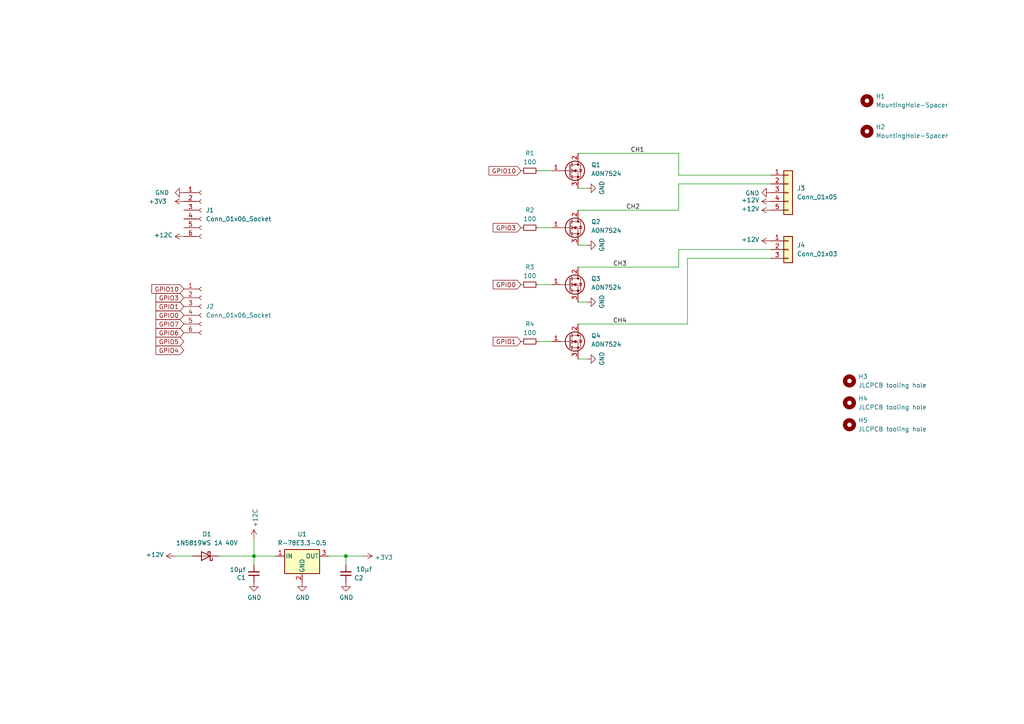
<source format=kicad_sch>
(kicad_sch (version 20230121) (generator eeschema)
  (paper "A4")
  (lib_symbols
    (symbol "Connector:Conn_01x06_Socket" (pin_names (offset 1.016) hide)
      (property "Reference" "J" (at 0 7.62 0))
      (property "Value" "Conn_01x06_Socket" (at 0 -10.16 0))
      (symbol "Conn_01x06_Socket_1_1"
        (arc (start 0 -7.112) (mid -0.5058 -7.62) (end 0 -8.128) (stroke (width 0.1524)))
        (arc (start 0 -4.572) (mid -0.5058 -5.08) (end 0 -5.588) (stroke (width 0.1524)))
        (arc (start 0 -2.032) (mid -0.5058 -2.54) (end 0 -3.048) (stroke (width 0.1524)))
        (polyline (pts (xy -1.27 -7.62) (xy -0.508 -7.62)) (stroke (width 0.1524)))
        (polyline (pts (xy -1.27 -5.08) (xy -0.508 -5.08)) (stroke (width 0.1524)))
        (polyline (pts (xy -1.27 -2.54) (xy -0.508 -2.54)) (stroke (width 0.1524)))
        (polyline (pts (xy -1.27 0) (xy -0.508 0)) (stroke (width 0.1524)))
        (polyline (pts (xy -1.27 2.54) (xy -0.508 2.54)) (stroke (width 0.1524)))
        (polyline (pts (xy -1.27 5.08) (xy -0.508 5.08)) (stroke (width 0.1524)))
        (arc (start 0 0.508) (mid -0.5058 0) (end 0 -0.508) (stroke (width 0.1524)))
        (arc (start 0 3.048) (mid -0.5058 2.54) (end 0 2.032) (stroke (width 0.1524)))
        (arc (start 0 5.588) (mid -0.5058 5.08) (end 0 4.572) (stroke (width 0.1524)))
        (pin passive line (at -5.08 5.08 0) (length 3.81) (name "Pin_1") (number "1"))
        (pin passive line (at -5.08 2.54 0) (length 3.81) (name "Pin_2") (number "2"))
        (pin passive line (at -5.08 0 0) (length 3.81) (name "Pin_3") (number "3"))
        (pin passive line (at -5.08 -2.54 0) (length 3.81) (name "Pin_4") (number "4"))
        (pin passive line (at -5.08 -5.08 0) (length 3.81) (name "Pin_5") (number "5"))
        (pin passive line (at -5.08 -7.62 0) (length 3.81) (name "Pin_6") (number "6"))
      )
    )
    (symbol "Connector_Generic:Conn_01x03" (pin_names (offset 1.016) hide)
      (property "Reference" "J" (at 0 5.08 0))
      (property "Value" "Conn_01x03" (at 0 -5.08 0))
      (symbol "Conn_01x03_1_1"
        (rectangle (start -1.27 -2.413) (end 0 -2.667) (stroke (width 0.1524)))
        (rectangle (start -1.27 0.127) (end 0 -0.127) (stroke (width 0.1524)))
        (rectangle (start -1.27 2.667) (end 0 2.413) (stroke (width 0.1524)))
        (rectangle (start -1.27 3.81) (end 1.27 -3.81) (stroke (width 0.254)) (fill (type background)))
        (pin passive line (at -5.08 2.54 0) (length 3.81) (name "Pin_1") (number "1"))
        (pin passive line (at -5.08 0 0) (length 3.81) (name "Pin_2") (number "2"))
        (pin passive line (at -5.08 -2.54 0) (length 3.81) (name "Pin_3") (number "3"))
      )
    )
    (symbol "Connector_Generic:Conn_01x05" (pin_names (offset 1.016) hide)
      (property "Reference" "J" (at 0 7.62 0))
      (property "Value" "Conn_01x05" (at 0 -7.62 0))
      (symbol "Conn_01x05_1_1"
        (rectangle (start -1.27 -4.953) (end 0 -5.207) (stroke (width 0.1524)))
        (rectangle (start -1.27 -2.413) (end 0 -2.667) (stroke (width 0.1524)))
        (rectangle (start -1.27 0.127) (end 0 -0.127) (stroke (width 0.1524)))
        (rectangle (start -1.27 2.667) (end 0 2.413) (stroke (width 0.1524)))
        (rectangle (start -1.27 5.207) (end 0 4.953) (stroke (width 0.1524)))
        (rectangle (start -1.27 6.35) (end 1.27 -6.35) (stroke (width 0.254)) (fill (type background)))
        (pin passive line (at -5.08 5.08 0) (length 3.81) (name "Pin_1") (number "1"))
        (pin passive line (at -5.08 2.54 0) (length 3.81) (name "Pin_2") (number "2"))
        (pin passive line (at -5.08 0 0) (length 3.81) (name "Pin_3") (number "3"))
        (pin passive line (at -5.08 -2.54 0) (length 3.81) (name "Pin_4") (number "4"))
        (pin passive line (at -5.08 -5.08 0) (length 3.81) (name "Pin_5") (number "5"))
      )
    )
    (symbol "Device:C_Small" (pin_numbers hide) (pin_names (offset 0.254) hide)
      (property "Reference" "C" (at 0.254 1.778 0))
      (property "Value" "C_Small" (at 0.254 -2.032 0))
      (symbol "C_Small_0_1"
        (polyline (pts (xy -1.524 -0.508) (xy 1.524 -0.508)) (stroke (width 0.3302)))
        (polyline (pts (xy -1.524 0.508) (xy 1.524 0.508)) (stroke (width 0.3048)))
      )
      (symbol "C_Small_1_1"
        (pin passive line (at 0 2.54 270) (length 2.032) (name "~") (number "1"))
        (pin passive line (at 0 -2.54 90) (length 2.032) (name "~") (number "2"))
      )
    )
    (symbol "Device:D_Schottky" (pin_numbers hide) (pin_names (offset 1.016) hide)
      (property "Reference" "D" (at 0 2.54 0))
      (property "Value" "D_Schottky" (at 0 -2.54 0))
      (symbol "D_Schottky_0_1"
        (polyline (pts (xy 1.27 0) (xy -1.27 0)))
        (polyline (pts (xy 1.27 1.27) (xy 1.27 -1.27) (xy -1.27 0) (xy 1.27 1.27)) (stroke (width 0.254)))
        (polyline (pts (xy -1.905 0.635) (xy -1.905 1.27) (xy -1.27 1.27) (xy -1.27 -1.27) (xy -0.635 -1.27) (xy -0.635 -0.635)) (stroke (width 0.254)))
      )
      (symbol "D_Schottky_1_1"
        (pin passive line (at -3.81 0 0) (length 2.54) (name "K") (number "1"))
        (pin passive line (at 3.81 0 180) (length 2.54) (name "A") (number "2"))
      )
    )
    (symbol "Device:R_Small" (pin_numbers hide) (pin_names (offset 0.254) hide)
      (property "Reference" "R" (at 0.762 0.508 0))
      (property "Value" "R_Small" (at 0.762 -1.016 0))
      (symbol "R_Small_0_1"
        (rectangle (start -0.762 1.778) (end 0.762 -1.778) (stroke (width 0.2032)))
      )
      (symbol "R_Small_1_1"
        (pin passive line (at 0 2.54 270) (length 0.762) (name "~") (number "1"))
        (pin passive line (at 0 -2.54 90) (length 0.762) (name "~") (number "2"))
      )
    )
    (symbol "ESP32_dimmer_symbols:AON7524" (pin_names hide)
      (property "Reference" "Q" (at 6.35 1.905 0))
      (property "Value" "AON7524" (at 6.35 0 0))
      (symbol "AON7524_0_1"
        (polyline (pts (xy 0.254 0) (xy -2.54 0)))
        (polyline (pts (xy 0.254 1.905) (xy 0.254 -1.905)) (stroke (width 0.254)))
        (polyline (pts (xy 0.762 -1.27) (xy 0.762 -2.286)) (stroke (width 0.254)))
        (polyline (pts (xy 0.762 0.508) (xy 0.762 -0.508)) (stroke (width 0.254)))
        (polyline (pts (xy 0.762 2.286) (xy 0.762 1.27)) (stroke (width 0.254)))
        (polyline (pts (xy 2.54 2.54) (xy 2.54 1.778)))
        (polyline (pts (xy 2.54 -2.54) (xy 2.54 0) (xy 0.762 0)))
        (polyline (pts (xy 0.762 -1.778) (xy 3.302 -1.778) (xy 3.302 1.778) (xy 0.762 1.778)))
        (polyline (pts (xy 1.016 0) (xy 2.032 0.381) (xy 2.032 -0.381) (xy 1.016 0)) (fill (type outline)))
        (polyline (pts (xy 2.794 0.508) (xy 2.921 0.381) (xy 3.683 0.381) (xy 3.81 0.254)))
        (polyline (pts (xy 3.302 0.381) (xy 2.921 -0.254) (xy 3.683 -0.254) (xy 3.302 0.381)))
        (circle (center 1.651 0) (radius 2.794) (stroke (width 0.254)))
        (circle (center 2.54 -1.778) (radius 0.254) (fill (type outline)))
        (circle (center 2.54 1.778) (radius 0.254) (fill (type outline)))
      )
      (symbol "AON7524_1_1"
        (pin input line (at -5.08 0 0) (length 2.54) (name "G") (number "1"))
        (pin passive line (at 2.54 5.08 270) (length 2.54) (name "D") (number "2"))
        (pin passive line (at 2.54 -5.08 90) (length 2.54) (name "S") (number "3"))
      )
    )
    (symbol "Mechanical:MountingHole" (pin_names (offset 1.016))
      (property "Reference" "H" (at 0 5.08 0))
      (property "Value" "MountingHole" (at 0 3.175 0))
      (symbol "MountingHole_0_1"
        (circle (center 0 0) (radius 1.27) (stroke (width 1.27)))
      )
    )
    (symbol "Regulator_Switching:R-78E3.3-0.5" (pin_names (offset 0.254))
      (property "Reference" "U" (at -3.81 3.175 0))
      (property "Value" "R-78E3.3-0.5" (at 0 3.175 0))
      (symbol "R-78E3.3-0.5_0_1"
        (rectangle (start -5.08 1.905) (end 5.08 -5.08) (stroke (width 0.254)) (fill (type background)))
      )
      (symbol "R-78E3.3-0.5_1_1"
        (pin power_in line (at -7.62 0 0) (length 2.54) (name "IN") (number "1"))
        (pin power_in line (at 0 -7.62 90) (length 2.54) (name "GND") (number "2"))
        (pin power_out line (at 7.62 0 180) (length 2.54) (name "OUT") (number "3"))
      )
    )
    (symbol "esp32-dimmer-slim-rescue:+3.3V-power" (power) (pin_names (offset 0))
      (property "Value" "+3.3V-power" (at 0 3.556 0))
      (symbol "+3.3V-power_0_1"
        (polyline (pts (xy -0.762 1.27) (xy 0 2.54)))
        (polyline (pts (xy 0 0) (xy 0 2.54)))
        (polyline (pts (xy 0 2.54) (xy 0.762 1.27)))
      )
      (symbol "+3.3V-power_1_1"
        (pin power_in line (at 0 0 90) (length 0) hide (name "+3V3") (number "1"))
      )
    )
    (symbol "power:+12C" (power) (pin_names (offset 0))
      (property "Value" "+12C" (at 0 3.81 0))
      (symbol "+12C_0_1"
        (polyline (pts (xy -0.762 1.27) (xy 0 2.54)))
        (polyline (pts (xy 0 0) (xy 0 2.54)))
        (polyline (pts (xy 0 2.54) (xy 0.762 1.27)))
      )
      (symbol "+12C_1_1"
        (pin power_in line (at 0 0 90) (length 0) hide (name "+12C") (number "1"))
      )
    )
    (symbol "power:+12V" (power) (pin_names (offset 0))
      (property "Value" "+12V" (at 0 3.556 0))
      (symbol "+12V_0_1"
        (polyline (pts (xy -0.762 1.27) (xy 0 2.54)))
        (polyline (pts (xy 0 0) (xy 0 2.54)))
        (polyline (pts (xy 0 2.54) (xy 0.762 1.27)))
      )
      (symbol "+12V_1_1"
        (pin power_in line (at 0 0 90) (length 0) hide (name "+12V") (number "1"))
      )
    )
    (symbol "power:+3V3" (power) (pin_names (offset 0))
      (property "Value" "+3V3" (at 0 3.556 0))
      (symbol "+3V3_0_1"
        (polyline (pts (xy -0.762 1.27) (xy 0 2.54)))
        (polyline (pts (xy 0 0) (xy 0 2.54)))
        (polyline (pts (xy 0 2.54) (xy 0.762 1.27)))
      )
      (symbol "+3V3_1_1"
        (pin power_in line (at 0 0 90) (length 0) hide (name "+3V3") (number "1"))
      )
    )
    (symbol "power:GND" (power) (pin_names (offset 0))
      (property "Value" "GND" (at 0 -3.81 0))
      (symbol "GND_0_1"
        (polyline (pts (xy 0 0) (xy 0 -1.27) (xy 1.27 -1.27) (xy 0 -2.54) (xy -1.27 -1.27) (xy 0 -1.27)))
      )
      (symbol "GND_1_1"
        (pin power_in line (at 0 0 270) (length 0) hide (name "GND") (number "1"))
      )
    )
  )
  (junction (at 100.33 161.29))
  (junction (at 73.66 161.29))
  (wire (pts (xy 100.33 161.29) (xy 105.41 161.29)))
  (wire (pts (xy 167.64 60.96) (xy 196.85 60.96)))
  (wire (pts (xy 50.8 161.29) (xy 55.88 161.29)))
  (wire (pts (xy 63.5 161.29) (xy 73.66 161.29)))
  (wire (pts (xy 199.39 74.93) (xy 223.52 74.93)))
  (wire (pts (xy 100.33 161.29) (xy 100.33 163.83)))
  (wire (pts (xy 167.64 87.63) (xy 170.18 87.63)))
  (wire (pts (xy 196.85 53.34) (xy 223.52 53.34)))
  (wire (pts (xy 156.21 99.06) (xy 160.02 99.06)))
  (wire (pts (xy 156.21 82.55) (xy 160.02 82.55)))
  (wire (pts (xy 73.66 161.29) (xy 73.66 163.83)))
  (wire (pts (xy 167.64 77.47) (xy 196.85 77.47)))
  (wire (pts (xy 156.21 66.04) (xy 160.02 66.04)))
  (wire (pts (xy 167.64 71.12) (xy 170.18 71.12)))
  (wire (pts (xy 167.64 104.14) (xy 170.18 104.14)))
  (wire (pts (xy 196.85 77.47) (xy 196.85 72.39)))
  (wire (pts (xy 196.85 44.45) (xy 196.85 50.8)))
  (wire (pts (xy 73.66 161.29) (xy 80.01 161.29)))
  (wire (pts (xy 196.85 50.8) (xy 223.52 50.8)))
  (wire (pts (xy 73.66 156.21) (xy 73.66 161.29)))
  (wire (pts (xy 167.64 54.61) (xy 170.18 54.61)))
  (wire (pts (xy 167.64 93.98) (xy 199.39 93.98)))
  (wire (pts (xy 196.85 72.39) (xy 223.52 72.39)))
  (wire (pts (xy 95.25 161.29) (xy 100.33 161.29)))
  (wire (pts (xy 199.39 93.98) (xy 199.39 74.93)))
  (wire (pts (xy 196.85 60.96) (xy 196.85 53.34)))
  (wire (pts (xy 167.64 44.45) (xy 196.85 44.45)))
  (wire (pts (xy 156.21 49.53) (xy 160.02 49.53)))
  (label "CH3" (at 177.8 77.47 0))
  (label "CH4" (at 177.8 93.98 0))
  (label "CH2" (at 181.61 60.96 0))
  (label "CH1" (at 182.88 44.45 0))
  (global_label "GPIO3" (shape input) (at 151.13 66.04 180) (property "Intersheetrefs" "${INTERSHEET_REFS}" (effects hide)))
  (global_label "GPIO6" (shape input) (at 53.34 96.52 180) (property "Intersheetrefs" "${INTERSHEET_REFS}" (effects hide)))
  (global_label "GPIO1" (shape input) (at 151.13 99.06 180) (property "Intersheetrefs" "${INTERSHEET_REFS}" (effects hide)))
  (global_label "GPIO3" (shape input) (at 53.34 86.36 180) (property "Intersheetrefs" "${INTERSHEET_REFS}" (effects hide)))
  (global_label "GPIO1" (shape input) (at 53.34 88.9 180) (property "Intersheetrefs" "${INTERSHEET_REFS}" (effects hide)))
  (global_label "GPIO4" (shape input) (at 53.34 101.6 180) (property "Intersheetrefs" "${INTERSHEET_REFS}" (effects hide)))
  (global_label "GPIO10" (shape input) (at 151.13 49.53 180) (property "Intersheetrefs" "${INTERSHEET_REFS}" (effects hide)))
  (global_label "GPIO5" (shape input) (at 53.34 99.06 180) (property "Intersheetrefs" "${INTERSHEET_REFS}" (effects hide)))
  (global_label "GPIO0" (shape input) (at 151.13 82.55 180) (property "Intersheetrefs" "${INTERSHEET_REFS}" (effects hide)))
  (global_label "GPIO10" (shape input) (at 53.34 83.82 180) (property "Intersheetrefs" "${INTERSHEET_REFS}" (effects hide)))
  (global_label "GPIO0" (shape input) (at 53.34 91.44 180) (property "Intersheetrefs" "${INTERSHEET_REFS}" (effects hide)))
  (global_label "GPIO7" (shape input) (at 53.34 93.98 180) (property "Intersheetrefs" "${INTERSHEET_REFS}" (effects hide)))
  (symbol (lib_id "power:+12C") (at 73.66 156.21 0) (unit 1)
    (property "Reference" "#PWR02" (effects hide))
    (property "Value" "+12C" (at 74.041 152.9842 90) (effects (justify left)))
  )
  (symbol (lib_id "Device:C_Small") (at 73.66 166.37 180) (unit 1)
    (property "Reference" "C1" (at 71.3232 167.5384 0) (effects (justify left)))
    (property "Value" "10µf" (at 71.3232 165.227 0) (effects (justify left)))
    (property "Footprint" "Capacitor_SMD:C_1206_3216Metric" (effects hide))
    (property "LCSC Part #" "C13585" (effects hide))
  )
  (symbol (lib_id "esp32-dimmer-slim-rescue:+3.3V-power") (at 53.34 58.42 90) (unit 1)
    (property "Reference" "#PWR016" (effects hide))
    (property "Value" "+3.3V" (at 45.72 58.42 90))
  )
  (symbol (lib_id "Connector:Conn_01x06_Socket") (at 58.42 88.9 0) (unit 1)
    (property "Reference" "J2" (at 59.69 88.9 0) (effects (justify left)))
    (property "Value" "Conn_01x06_Socket" (at 59.69 91.44 0) (effects (justify left)))
    (property "Footprint" "Connector_PinSocket_1.27mm:PinSocket_1x06_P1.27mm_Vertical_SMD_Pin1Right" (effects hide))
    (property "LCSC Part #" "C2881496" (effects hide))
  )
  (symbol (lib_id "power:GND") (at 53.34 55.88 270) (unit 1)
    (property "Reference" "#PWR015" (effects hide))
    (property "Value" "GND" (at 46.99 55.88 90))
  )
  (symbol (lib_id "power:GND") (at 170.18 54.61 90) (unit 1)
    (property "Reference" "#PWR07" (effects hide))
    (property "Value" "GND" (at 174.5742 54.483 0))
  )
  (symbol (lib_id "Connector_Generic:Conn_01x05") (at 228.6 55.88 0) (unit 1)
    (property "Reference" "J3" (at 231.14 54.61 0) (effects (justify left)))
    (property "Value" "Conn_01x05" (at 231.14 57.15 0) (effects (justify left)))
    (property "Footprint" "ESP32_dimmer_footprints:CONN_2601-1105_Wago" (effects hide))
  )
  (symbol (lib_id "power:+12C") (at 53.34 68.58 90) (unit 1)
    (property "Reference" "#PWR017" (effects hide))
    (property "Value" "+12C" (at 50.1142 68.199 90) (effects (justify left)))
  )
  (symbol (lib_id "power:GND") (at 170.18 71.12 90) (unit 1)
    (property "Reference" "#PWR08" (effects hide))
    (property "Value" "GND" (at 174.5742 70.993 0))
  )
  (symbol (lib_id "Regulator_Switching:R-78E3.3-0.5") (at 87.63 161.29 0) (unit 1)
    (property "Reference" "U1" (at 87.63 154.94 0))
    (property "Value" "R-78E3.3-0.5" (at 87.63 157.48 0))
    (property "Footprint" "ESP32_dimmer_footprints:Converter_DCDC_RECOM_R-78E-0.5_THT" (effects hide))
    (property "Datasheet" "https://www.recom-power.com/pdf/Innoline/R-78Exx-0.5.pdf" (effects hide))
  )
  (symbol (lib_id "power:+12V") (at 223.52 60.96 90) (unit 1)
    (property "Reference" "#PWR013" (effects hide))
    (property "Value" "+12V" (at 220.2688 60.579 90) (effects (justify left)))
  )
  (symbol (lib_id "Mechanical:MountingHole") (at 251.46 38.1 0) (unit 1)
    (property "Reference" "H2" (at 254 36.83 0) (effects (justify left)))
    (property "Value" "MountingHole-Spacer" (at 254 39.37 0) (effects (justify left)))
    (property "Footprint" "MountingHole:MountingHole_2.5mm" (effects hide))
  )
  (symbol (lib_id "Device:C_Small") (at 100.33 166.37 180) (unit 1)
    (property "Reference" "C2" (at 105.41 167.64 0) (effects (justify left)))
    (property "Value" "10µf" (at 107.95 165.1 0) (effects (justify left)))
    (property "Footprint" "Capacitor_SMD:C_1206_3216Metric" (effects hide))
    (property "LCSC Part #" "C13585" (effects hide))
  )
  (symbol (lib_id "power:+3V3") (at 105.41 161.29 270) (unit 1)
    (property "Reference" "#PWR06" (effects hide))
    (property "Value" "+3V3" (at 108.6612 161.671 90) (effects (justify left)))
  )
  (symbol (lib_id "Device:D_Schottky") (at 59.69 161.29 180) (unit 1)
    (property "Reference" "D1" (at 60.0075 154.94 0))
    (property "Value" "1N5819WS 1A 40V" (at 60.0075 157.48 0))
    (property "Footprint" "Diode_SMD:D_SOD-323" (effects hide))
    (property "LCSC Part #" "C191023" (effects hide))
  )
  (symbol (lib_id "power:GND") (at 100.33 168.91 0) (unit 1)
    (property "Reference" "#PWR05" (effects hide))
    (property "Value" "GND" (at 100.457 173.3042 0))
  )
  (symbol (lib_id "power:GND") (at 87.63 168.91 0) (unit 1)
    (property "Reference" "#PWR04" (effects hide))
    (property "Value" "GND" (at 87.757 173.3042 0))
  )
  (symbol (lib_id "Connector:Conn_01x06_Socket") (at 58.42 60.96 0) (unit 1)
    (property "Reference" "J1" (at 59.69 60.96 0) (effects (justify left)))
    (property "Value" "Conn_01x06_Socket" (at 59.69 63.5 0) (effects (justify left)))
    (property "Footprint" "Connector_PinSocket_1.27mm:PinSocket_1x06_P1.27mm_Vertical_SMD_Pin1Right" (effects hide))
    (property "LCSC Part #" "C2881496" (effects hide))
  )
  (symbol (lib_id "Connector_Generic:Conn_01x03") (at 228.6 72.39 0) (unit 1)
    (property "Reference" "J4" (at 231.14 71.12 0) (effects (justify left)))
    (property "Value" "Conn_01x03" (at 231.14 73.66 0) (effects (justify left)))
    (property "Footprint" "ESP32_dimmer_footprints:CONN_2601-1103_Wago" (effects hide))
  )
  (symbol (lib_id "ESP32_dimmer_symbols:AON7524") (at 165.1 66.04 0) (unit 1)
    (property "Reference" "Q2" (at 171.45 64.3255 0) (effects (justify left)))
    (property "Value" "AON7524" (at 171.45 66.8655 0) (effects (justify left)))
    (property "Footprint" "ESP32_dimmer_footprints:TRANS_AON7403" (effects hide))
    (property "LCSC Part #" "C431195" (effects hide))
  )
  (symbol (lib_id "power:GND") (at 73.66 168.91 0) (unit 1)
    (property "Reference" "#PWR03" (effects hide))
    (property "Value" "GND" (at 73.787 173.3042 0))
  )
  (symbol (lib_id "Device:R_Small") (at 153.67 82.55 90) (unit 1)
    (property "Reference" "R3" (at 153.67 77.47 90))
    (property "Value" "100" (at 153.67 80.01 90))
    (property "Footprint" "Resistor_SMD:R_0603_1608Metric" (effects hide))
    (property "LCSC Part #" "C22775" (effects hide))
  )
  (symbol (lib_id "power:+12V") (at 50.8 161.29 90) (unit 1)
    (property "Reference" "#PWR01" (effects hide))
    (property "Value" "+12V" (at 47.5488 160.909 90) (effects (justify left)))
  )
  (symbol (lib_id "power:GND") (at 170.18 87.63 90) (unit 1)
    (property "Reference" "#PWR09" (effects hide))
    (property "Value" "GND" (at 174.5742 87.503 0))
  )
  (symbol (lib_id "power:GND") (at 170.18 104.14 90) (unit 1)
    (property "Reference" "#PWR010" (effects hide))
    (property "Value" "GND" (at 174.5742 104.013 0))
  )
  (symbol (lib_id "Mechanical:MountingHole") (at 246.38 116.84 0) (unit 1)
    (property "Reference" "H4" (at 248.92 115.57 0) (effects (justify left)))
    (property "Value" "JLCPCB tooling hole" (at 248.92 118.11 0) (effects (justify left)))
    (property "Footprint" "ESP32_dimmer_footprints:JLCPCB tooling hole" (effects hide))
  )
  (symbol (lib_id "Device:R_Small") (at 153.67 99.06 90) (unit 1)
    (property "Reference" "R4" (at 153.67 93.98 90))
    (property "Value" "100" (at 153.67 96.52 90))
    (property "Footprint" "Resistor_SMD:R_0603_1608Metric" (effects hide))
    (property "LCSC Part #" "C22775" (effects hide))
  )
  (symbol (lib_id "Device:R_Small") (at 153.67 66.04 90) (unit 1)
    (property "Reference" "R2" (at 153.67 60.96 90))
    (property "Value" "100" (at 153.67 63.5 90))
    (property "Footprint" "Resistor_SMD:R_0603_1608Metric" (effects hide))
    (property "LCSC Part #" "C22775" (effects hide))
  )
  (symbol (lib_id "power:GND") (at 223.52 55.88 270) (unit 1)
    (property "Reference" "#PWR011" (effects hide))
    (property "Value" "GND" (at 220.2688 56.007 90) (effects (justify right)))
  )
  (symbol (lib_id "Device:R_Small") (at 153.67 49.53 90) (unit 1)
    (property "Reference" "R1" (at 153.67 44.45 90))
    (property "Value" "100" (at 153.67 46.99 90))
    (property "Footprint" "Resistor_SMD:R_0603_1608Metric" (effects hide))
    (property "LCSC Part #" "C22775" (effects hide))
  )
  (symbol (lib_id "ESP32_dimmer_symbols:AON7524") (at 165.1 82.55 0) (unit 1)
    (property "Reference" "Q3" (at 171.45 80.8355 0) (effects (justify left)))
    (property "Value" "AON7524" (at 171.45 83.3755 0) (effects (justify left)))
    (property "Footprint" "ESP32_dimmer_footprints:TRANS_AON7403" (effects hide))
    (property "LCSC Part #" "C431195" (effects hide))
  )
  (symbol (lib_id "power:+12V") (at 223.52 58.42 90) (unit 1)
    (property "Reference" "#PWR012" (effects hide))
    (property "Value" "+12V" (at 220.2688 58.039 90) (effects (justify left)))
  )
  (symbol (lib_id "Mechanical:MountingHole") (at 246.38 123.19 0) (unit 1)
    (property "Reference" "H5" (at 248.92 121.92 0) (effects (justify left)))
    (property "Value" "JLCPCB tooling hole" (at 248.92 124.46 0) (effects (justify left)))
    (property "Footprint" "ESP32_dimmer_footprints:JLCPCB tooling hole" (effects hide))
  )
  (symbol (lib_id "Mechanical:MountingHole") (at 246.38 110.49 0) (unit 1)
    (property "Reference" "H3" (at 248.92 109.22 0) (effects (justify left)))
    (property "Value" "JLCPCB tooling hole" (at 248.92 111.76 0) (effects (justify left)))
    (property "Footprint" "ESP32_dimmer_footprints:JLCPCB tooling hole" (effects hide))
  )
  (symbol (lib_id "power:+12V") (at 223.52 69.85 90) (unit 1)
    (property "Reference" "#PWR014" (effects hide))
    (property "Value" "+12V" (at 220.2688 69.469 90) (effects (justify left)))
  )
  (symbol (lib_id "Mechanical:MountingHole") (at 251.46 29.21 0) (unit 1)
    (property "Reference" "H1" (at 254 27.94 0) (effects (justify left)))
    (property "Value" "MountingHole-Spacer" (at 254 30.48 0) (effects (justify left)))
    (property "Footprint" "MountingHole:MountingHole_2.5mm" (effects hide))
  )
  (symbol (lib_id "ESP32_dimmer_symbols:AON7524") (at 165.1 49.53 0) (unit 1)
    (property "Reference" "Q1" (at 171.45 47.8155 0) (effects (justify left)))
    (property "Value" "AON7524" (at 171.45 50.3555 0) (effects (justify left)))
    (property "Footprint" "ESP32_dimmer_footprints:TRANS_AON7403" (effects hide))
    (property "LCSC Part #" "C431195" (effects hide))
  )
  (symbol (lib_id "ESP32_dimmer_symbols:AON7524") (at 165.1 99.06 0) (unit 1)
    (property "Reference" "Q4" (at 171.45 97.3455 0) (effects (justify left)))
    (property "Value" "AON7524" (at 171.45 99.8855 0) (effects (justify left)))
    (property "Footprint" "ESP32_dimmer_footprints:TRANS_AON7403" (effects hide))
    (property "LCSC Part #" "C431195" (effects hide))
  )
)
</source>
